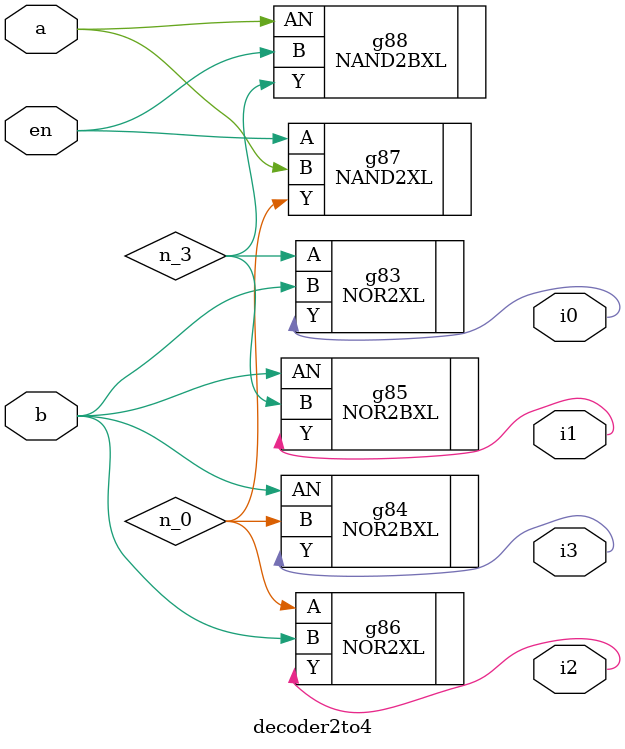
<source format=v>


// Verification Directory fv/decoder2to4 

module decoder2to4(a, b, en, i0, i1, i2, i3);
  input a, b, en;
  output i0, i1, i2, i3;
  wire a, b, en;
  wire i0, i1, i2, i3;
  wire n_0, n_3;
  NOR2XL g83(.A (n_3), .B (b), .Y (i0));
  NOR2BXL g85(.AN (b), .B (n_3), .Y (i1));
  NOR2XL g86(.A (n_0), .B (b), .Y (i2));
  NOR2BXL g84(.AN (b), .B (n_0), .Y (i3));
  NAND2XL g87(.A (en), .B (a), .Y (n_0));
  NAND2BXL g88(.AN (a), .B (en), .Y (n_3));
endmodule


</source>
